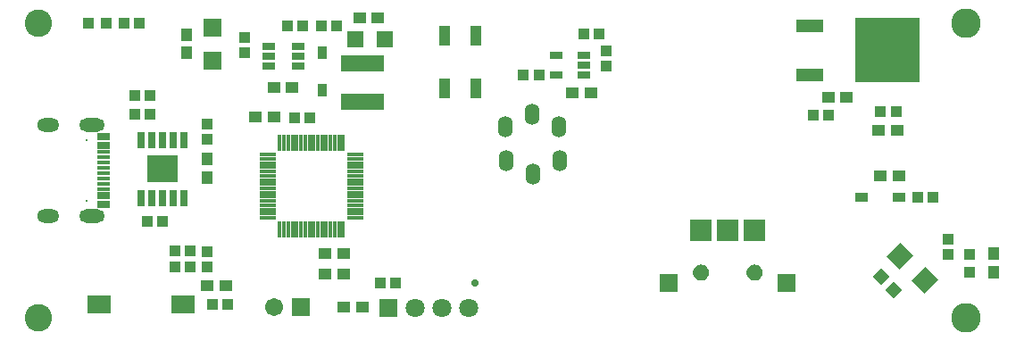
<source format=gts>
G04*
G04 #@! TF.GenerationSoftware,Altium Limited,Altium Designer,21.2.1 (34)*
G04*
G04 Layer_Color=8388736*
%FSLAX25Y25*%
%MOIN*%
G70*
G04*
G04 #@! TF.SameCoordinates,937FA343-5D84-449D-BBD7-2FC7B833E5F3*
G04*
G04*
G04 #@! TF.FilePolarity,Negative*
G04*
G01*
G75*
%ADD48R,0.04300X0.04600*%
%ADD49R,0.04147X0.03950*%
%ADD50R,0.03950X0.04147*%
%ADD51R,0.16150X0.06310*%
%ADD52R,0.07880X0.08274*%
%ADD53R,0.06700X0.06700*%
G04:AMPARAMS|DCode=54|XSize=46mil|YSize=43mil|CornerRadius=0mil|HoleSize=0mil|Usage=FLASHONLY|Rotation=315.000|XOffset=0mil|YOffset=0mil|HoleType=Round|Shape=Rectangle|*
%AMROTATEDRECTD54*
4,1,4,-0.03147,0.00106,-0.00106,0.03147,0.03147,-0.00106,0.00106,-0.03147,-0.03147,0.00106,0.0*
%
%ADD54ROTATEDRECTD54*%

G04:AMPARAMS|DCode=55|XSize=68mil|YSize=74.93mil|CornerRadius=0mil|HoleSize=0mil|Usage=FLASHONLY|Rotation=135.000|XOffset=0mil|YOffset=0mil|HoleType=Round|Shape=Rectangle|*
%AMROTATEDRECTD55*
4,1,4,0.05053,0.00245,-0.00245,-0.05053,-0.05053,-0.00245,0.00245,0.05053,0.05053,0.00245,0.0*
%
%ADD55ROTATEDRECTD55*%

%ADD56R,0.04600X0.04300*%
%ADD57R,0.04924X0.01574*%
%ADD58R,0.04924X0.02754*%
%ADD59R,0.03753X0.04737*%
%ADD60R,0.04737X0.03753*%
%ADD61R,0.01190X0.06150*%
%ADD62R,0.06150X0.01190*%
%ADD63R,0.04737X0.02572*%
%ADD64R,0.02762X0.06306*%
%ADD65R,0.11424X0.09849*%
%ADD66R,0.06800X0.06800*%
%ADD67R,0.04340X0.07490*%
%ADD68R,0.08674X0.06706*%
%ADD69R,0.04737X0.04147*%
%ADD70R,0.04737X0.02965*%
%ADD71R,0.06312X0.05918*%
%ADD72R,0.09855X0.04737*%
%ADD73R,0.24422X0.24422*%
%ADD74C,0.05524*%
%ADD75O,0.05524X0.07887*%
%ADD76O,0.08270X0.05120*%
%ADD77O,0.09460X0.05120*%
%ADD78C,0.00800*%
%ADD79R,0.06706X0.06706*%
%ADD80C,0.06706*%
%ADD81C,0.07099*%
%ADD82R,0.07099X0.07099*%
%ADD83C,0.11036*%
%ADD84C,0.10249*%
%ADD85C,0.02800*%
G36*
X247889Y19957D02*
X247941Y19947D01*
X248592Y19773D01*
X248592Y19773D01*
X248609Y19767D01*
X248641Y19756D01*
X248665Y19744D01*
X248689Y19733D01*
X249272Y19396D01*
X249272Y19396D01*
X249316Y19366D01*
X249355Y19332D01*
X249832Y18855D01*
X249867Y18816D01*
X249896Y18772D01*
X250233Y18189D01*
X250244Y18165D01*
X250256Y18142D01*
X250267Y18109D01*
X250273Y18092D01*
X250273Y18092D01*
X250447Y17441D01*
X250457Y17389D01*
X250461Y17337D01*
Y17000D01*
Y16663D01*
X250457Y16611D01*
X250447Y16559D01*
X250273Y15908D01*
X250273Y15908D01*
X250267Y15891D01*
X250256Y15858D01*
X250244Y15835D01*
X250233Y15811D01*
X249896Y15228D01*
X249896Y15228D01*
X249867Y15184D01*
X249832Y15145D01*
X249355Y14668D01*
X249316Y14634D01*
X249272Y14604D01*
X248689Y14267D01*
X248689Y14267D01*
X248641Y14244D01*
X248609Y14233D01*
X248592Y14227D01*
X248592Y14227D01*
X247941Y14053D01*
X247889Y14043D01*
X247837Y14039D01*
X247163D01*
X247111Y14043D01*
X247059Y14053D01*
X247059Y14053D01*
X246408Y14227D01*
X246408Y14227D01*
X246383Y14236D01*
X246358Y14244D01*
X246311Y14267D01*
X246311Y14267D01*
X245728Y14604D01*
X245728Y14604D01*
X245684Y14634D01*
X245645Y14668D01*
X245168Y15145D01*
X245133Y15184D01*
X245104Y15228D01*
X244767Y15811D01*
X244767Y15811D01*
X244744Y15858D01*
X244733Y15891D01*
X244727Y15908D01*
X244727Y15908D01*
X244553Y16559D01*
X244543Y16611D01*
X244539Y16663D01*
Y17000D01*
Y17337D01*
X244543Y17389D01*
X244553Y17441D01*
X244553Y17441D01*
X244727Y18092D01*
X244727Y18092D01*
X244736Y18117D01*
X244744Y18142D01*
X244767Y18189D01*
X244767Y18189D01*
X245104Y18772D01*
X245104Y18772D01*
X245133Y18816D01*
X245168Y18855D01*
X245645Y19332D01*
X245684Y19366D01*
X245728Y19396D01*
X246311Y19733D01*
X246335Y19744D01*
X246358Y19756D01*
X246391Y19767D01*
X246408Y19773D01*
X246408Y19773D01*
X247059Y19947D01*
X247111Y19957D01*
X247163Y19961D01*
X247837D01*
X247889Y19957D01*
D02*
G37*
G36*
X267889D02*
X267941Y19947D01*
X268592Y19773D01*
X268592Y19773D01*
X268609Y19767D01*
X268641Y19756D01*
X268665Y19744D01*
X268689Y19733D01*
X269272Y19396D01*
X269272Y19396D01*
X269316Y19366D01*
X269355Y19332D01*
X269832Y18855D01*
X269866Y18816D01*
X269896Y18772D01*
X270233Y18189D01*
X270244Y18165D01*
X270256Y18142D01*
X270267Y18109D01*
X270273Y18092D01*
X270273Y18092D01*
X270447Y17441D01*
X270457Y17389D01*
X270461Y17337D01*
Y17000D01*
Y16663D01*
X270457Y16611D01*
X270447Y16559D01*
X270273Y15908D01*
X270273Y15908D01*
X270267Y15891D01*
X270256Y15858D01*
X270244Y15835D01*
X270233Y15811D01*
X269896Y15228D01*
X269896Y15228D01*
X269866Y15184D01*
X269832Y15145D01*
X269355Y14668D01*
X269316Y14634D01*
X269272Y14604D01*
X268689Y14267D01*
X268689Y14267D01*
X268641Y14244D01*
X268609Y14233D01*
X268592Y14227D01*
X268592Y14227D01*
X267941Y14053D01*
X267889Y14043D01*
X267837Y14039D01*
X267163D01*
X267111Y14043D01*
X267059Y14053D01*
X267059Y14053D01*
X266408Y14227D01*
X266408Y14227D01*
X266383Y14236D01*
X266358Y14244D01*
X266311Y14267D01*
X266311Y14267D01*
X265728Y14604D01*
X265728Y14604D01*
X265684Y14634D01*
X265645Y14668D01*
X265168Y15145D01*
X265134Y15184D01*
X265104Y15228D01*
X264767Y15811D01*
X264767Y15811D01*
X264744Y15858D01*
X264733Y15891D01*
X264727Y15908D01*
X264727Y15908D01*
X264553Y16559D01*
X264543Y16611D01*
X264539Y16663D01*
Y17000D01*
Y17337D01*
X264543Y17389D01*
X264553Y17441D01*
X264553Y17441D01*
X264727Y18092D01*
X264727Y18092D01*
X264736Y18117D01*
X264744Y18142D01*
X264767Y18189D01*
X264767Y18189D01*
X265104Y18772D01*
X265104Y18772D01*
X265134Y18816D01*
X265168Y18855D01*
X265645Y19332D01*
X265684Y19366D01*
X265728Y19396D01*
X266311Y19733D01*
X266335Y19744D01*
X266358Y19756D01*
X266391Y19767D01*
X266408Y19773D01*
X266408Y19773D01*
X267059Y19947D01*
X267111Y19957D01*
X267163Y19961D01*
X267837D01*
X267889Y19957D01*
D02*
G37*
D48*
X356866Y17100D02*
D03*
Y24000D02*
D03*
X63000Y52600D02*
D03*
Y59500D02*
D03*
X55500Y105900D02*
D03*
Y99000D02*
D03*
D49*
X347866Y17226D02*
D03*
Y23774D02*
D03*
X339866Y23626D02*
D03*
Y29374D02*
D03*
X77000Y99126D02*
D03*
Y104874D02*
D03*
X63000Y19126D02*
D03*
Y24874D02*
D03*
X212000Y94126D02*
D03*
Y99874D02*
D03*
X63000Y72374D02*
D03*
Y66626D02*
D03*
D50*
X36126Y76000D02*
D03*
X41874D02*
D03*
X36126Y83000D02*
D03*
X41874D02*
D03*
X289378Y75626D02*
D03*
X295126D02*
D03*
X56874Y19000D02*
D03*
X51126D02*
D03*
Y25000D02*
D03*
X56874D02*
D03*
X127826Y13100D02*
D03*
X133574D02*
D03*
X209374Y106000D02*
D03*
X203626D02*
D03*
X320299Y77000D02*
D03*
X314551D02*
D03*
X334174Y45188D02*
D03*
X328426D02*
D03*
X95626Y74900D02*
D03*
X101374D02*
D03*
X65000Y5000D02*
D03*
X70748D02*
D03*
X37874Y110000D02*
D03*
X32126D02*
D03*
X40626Y36000D02*
D03*
X46374D02*
D03*
X98874Y109000D02*
D03*
X93126D02*
D03*
X25274Y110000D02*
D03*
X18726D02*
D03*
X105626Y109000D02*
D03*
X111374D02*
D03*
X181252Y90760D02*
D03*
X187000D02*
D03*
D51*
X121000Y80820D02*
D03*
Y95000D02*
D03*
D52*
X267500Y32747D02*
D03*
X257500D02*
D03*
X247500D02*
D03*
D53*
X235453Y13060D02*
D03*
X279547D02*
D03*
D54*
X319526Y10475D02*
D03*
X314646Y15354D02*
D03*
D55*
X321813Y23187D02*
D03*
X331000Y14000D02*
D03*
D56*
X313925Y70000D02*
D03*
X320825D02*
D03*
X107100Y16500D02*
D03*
X114000D02*
D03*
X94900Y86000D02*
D03*
X88000D02*
D03*
X114100Y4000D02*
D03*
X121000D02*
D03*
X81200Y75000D02*
D03*
X88100D02*
D03*
X107100Y24000D02*
D03*
X114000D02*
D03*
X206500Y84000D02*
D03*
X199600D02*
D03*
X120000Y112000D02*
D03*
X126900D02*
D03*
X321300Y53188D02*
D03*
X314400D02*
D03*
X63100Y12000D02*
D03*
X70000D02*
D03*
D57*
X24318Y62005D02*
D03*
X24328Y60035D02*
D03*
X24318Y58065D02*
D03*
Y56095D02*
D03*
Y54135D02*
D03*
Y52165D02*
D03*
Y50195D02*
D03*
Y48225D02*
D03*
D58*
X24308Y67715D02*
D03*
Y64565D02*
D03*
X24318Y45665D02*
D03*
Y42515D02*
D03*
D59*
X106000Y99173D02*
D03*
Y85000D02*
D03*
D60*
X321473Y45188D02*
D03*
X307300D02*
D03*
D61*
X90250Y65500D02*
D03*
X91820D02*
D03*
X93400D02*
D03*
X94970D02*
D03*
X96550D02*
D03*
X98120D02*
D03*
X99700D02*
D03*
X101270D02*
D03*
X102850D02*
D03*
X104420D02*
D03*
X106000D02*
D03*
X107570D02*
D03*
X109150D02*
D03*
X110720D02*
D03*
X112300D02*
D03*
X113870D02*
D03*
Y32980D02*
D03*
X112300Y32980D02*
D03*
X110720D02*
D03*
X109150Y32980D02*
D03*
X107570D02*
D03*
X106000D02*
D03*
X104420Y32980D02*
D03*
X102850D02*
D03*
X101270Y32980D02*
D03*
X99700D02*
D03*
X98120D02*
D03*
X96550D02*
D03*
X94970Y32980D02*
D03*
X93400D02*
D03*
X91820Y32980D02*
D03*
X90250D02*
D03*
D62*
X118320Y61050D02*
D03*
Y59480D02*
D03*
Y57900D02*
D03*
Y56330D02*
D03*
Y54750D02*
D03*
Y53180D02*
D03*
Y51600D02*
D03*
Y50030D02*
D03*
Y48450D02*
D03*
Y46880D02*
D03*
Y45300D02*
D03*
Y43730D02*
D03*
Y42150D02*
D03*
Y40580D02*
D03*
Y39000D02*
D03*
Y37430D02*
D03*
X85800D02*
D03*
X85800Y39000D02*
D03*
Y40580D02*
D03*
Y42150D02*
D03*
X85800Y43730D02*
D03*
Y45300D02*
D03*
X85800Y46880D02*
D03*
X85800Y48450D02*
D03*
X85800Y50030D02*
D03*
Y51600D02*
D03*
X85800Y53180D02*
D03*
Y54750D02*
D03*
X85800Y56330D02*
D03*
Y57900D02*
D03*
Y59480D02*
D03*
X85800Y61050D02*
D03*
D63*
X97000Y94020D02*
D03*
Y97760D02*
D03*
Y101500D02*
D03*
X86000D02*
D03*
Y97760D02*
D03*
Y94020D02*
D03*
D64*
X54311Y66500D02*
D03*
X50374D02*
D03*
X46437D02*
D03*
X42500D02*
D03*
X38563D02*
D03*
X38563Y44847D02*
D03*
X42500D02*
D03*
X46437D02*
D03*
X50374D02*
D03*
X54311D02*
D03*
D65*
X46437Y55674D02*
D03*
D66*
X65000Y96000D02*
D03*
X65000Y108599D02*
D03*
D67*
X151690Y85720D02*
D03*
X163500D02*
D03*
Y105400D02*
D03*
X151690D02*
D03*
D68*
X54000Y5100D02*
D03*
X22769Y5022D02*
D03*
D69*
X301874Y82500D02*
D03*
X295126D02*
D03*
D70*
X193382Y90760D02*
D03*
Y98240D02*
D03*
X203618D02*
D03*
Y94500D02*
D03*
Y90760D02*
D03*
D71*
X118488Y104000D02*
D03*
X129512D02*
D03*
D72*
X288260Y109055D02*
D03*
Y90945D02*
D03*
D73*
X317000Y100000D02*
D03*
D74*
X247500Y17000D02*
D03*
X267500D02*
D03*
D75*
X184700Y53938D02*
D03*
X194700Y58662D02*
D03*
X174700D02*
D03*
X174400Y71438D02*
D03*
X194400D02*
D03*
X184400Y76162D02*
D03*
D76*
X3838Y72125D02*
D03*
Y38105D02*
D03*
D77*
X20168D02*
D03*
Y72125D02*
D03*
D78*
X18080Y66492D02*
D03*
Y43736D02*
D03*
D79*
X98000Y4000D02*
D03*
D80*
X88000D02*
D03*
D81*
X150669Y3937D02*
D03*
X140669D02*
D03*
X160669D02*
D03*
D82*
X130669D02*
D03*
D83*
X346457Y110236D02*
D03*
Y0D02*
D03*
D84*
X0D02*
D03*
Y110236D02*
D03*
D85*
X163200Y13100D02*
D03*
M02*

</source>
